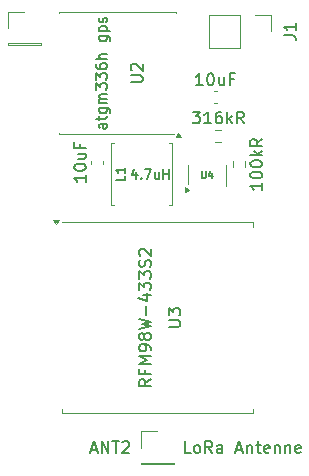
<source format=gbr>
%TF.GenerationSoftware,KiCad,Pcbnew,9.0.6*%
%TF.CreationDate,2025-12-01T19:29:45+01:00*%
%TF.ProjectId,_SSDV,b5535344-562e-46b6-9963-61645f706362,0.1*%
%TF.SameCoordinates,Original*%
%TF.FileFunction,Legend,Top*%
%TF.FilePolarity,Positive*%
%FSLAX46Y46*%
G04 Gerber Fmt 4.6, Leading zero omitted, Abs format (unit mm)*
G04 Created by KiCad (PCBNEW 9.0.6) date 2025-12-01 19:29:45*
%MOMM*%
%LPD*%
G01*
G04 APERTURE LIST*
%ADD10C,0.150000*%
%ADD11C,0.120000*%
G04 APERTURE END LIST*
D10*
X91004819Y-49561904D02*
X91814342Y-49561904D01*
X91814342Y-49561904D02*
X91909580Y-49514285D01*
X91909580Y-49514285D02*
X91957200Y-49466666D01*
X91957200Y-49466666D02*
X92004819Y-49371428D01*
X92004819Y-49371428D02*
X92004819Y-49180952D01*
X92004819Y-49180952D02*
X91957200Y-49085714D01*
X91957200Y-49085714D02*
X91909580Y-49038095D01*
X91909580Y-49038095D02*
X91814342Y-48990476D01*
X91814342Y-48990476D02*
X91004819Y-48990476D01*
X91100057Y-48561904D02*
X91052438Y-48514285D01*
X91052438Y-48514285D02*
X91004819Y-48419047D01*
X91004819Y-48419047D02*
X91004819Y-48180952D01*
X91004819Y-48180952D02*
X91052438Y-48085714D01*
X91052438Y-48085714D02*
X91100057Y-48038095D01*
X91100057Y-48038095D02*
X91195295Y-47990476D01*
X91195295Y-47990476D02*
X91290533Y-47990476D01*
X91290533Y-47990476D02*
X91433390Y-48038095D01*
X91433390Y-48038095D02*
X92004819Y-48609523D01*
X92004819Y-48609523D02*
X92004819Y-47990476D01*
X88958557Y-53085715D02*
X88487128Y-53085715D01*
X88487128Y-53085715D02*
X88401414Y-53128572D01*
X88401414Y-53128572D02*
X88358557Y-53214286D01*
X88358557Y-53214286D02*
X88358557Y-53385715D01*
X88358557Y-53385715D02*
X88401414Y-53471429D01*
X88915700Y-53085715D02*
X88958557Y-53171429D01*
X88958557Y-53171429D02*
X88958557Y-53385715D01*
X88958557Y-53385715D02*
X88915700Y-53471429D01*
X88915700Y-53471429D02*
X88829985Y-53514286D01*
X88829985Y-53514286D02*
X88744271Y-53514286D01*
X88744271Y-53514286D02*
X88658557Y-53471429D01*
X88658557Y-53471429D02*
X88615700Y-53385715D01*
X88615700Y-53385715D02*
X88615700Y-53171429D01*
X88615700Y-53171429D02*
X88572842Y-53085715D01*
X88358557Y-52785714D02*
X88358557Y-52442857D01*
X88058557Y-52657143D02*
X88829985Y-52657143D01*
X88829985Y-52657143D02*
X88915700Y-52614286D01*
X88915700Y-52614286D02*
X88958557Y-52528571D01*
X88958557Y-52528571D02*
X88958557Y-52442857D01*
X88358557Y-51757143D02*
X89087128Y-51757143D01*
X89087128Y-51757143D02*
X89172842Y-51800000D01*
X89172842Y-51800000D02*
X89215700Y-51842857D01*
X89215700Y-51842857D02*
X89258557Y-51928571D01*
X89258557Y-51928571D02*
X89258557Y-52057143D01*
X89258557Y-52057143D02*
X89215700Y-52142857D01*
X88915700Y-51757143D02*
X88958557Y-51842857D01*
X88958557Y-51842857D02*
X88958557Y-52014285D01*
X88958557Y-52014285D02*
X88915700Y-52100000D01*
X88915700Y-52100000D02*
X88872842Y-52142857D01*
X88872842Y-52142857D02*
X88787128Y-52185714D01*
X88787128Y-52185714D02*
X88529985Y-52185714D01*
X88529985Y-52185714D02*
X88444271Y-52142857D01*
X88444271Y-52142857D02*
X88401414Y-52100000D01*
X88401414Y-52100000D02*
X88358557Y-52014285D01*
X88358557Y-52014285D02*
X88358557Y-51842857D01*
X88358557Y-51842857D02*
X88401414Y-51757143D01*
X88958557Y-51328571D02*
X88358557Y-51328571D01*
X88444271Y-51328571D02*
X88401414Y-51285714D01*
X88401414Y-51285714D02*
X88358557Y-51199999D01*
X88358557Y-51199999D02*
X88358557Y-51071428D01*
X88358557Y-51071428D02*
X88401414Y-50985714D01*
X88401414Y-50985714D02*
X88487128Y-50942857D01*
X88487128Y-50942857D02*
X88958557Y-50942857D01*
X88487128Y-50942857D02*
X88401414Y-50899999D01*
X88401414Y-50899999D02*
X88358557Y-50814285D01*
X88358557Y-50814285D02*
X88358557Y-50685714D01*
X88358557Y-50685714D02*
X88401414Y-50599999D01*
X88401414Y-50599999D02*
X88487128Y-50557142D01*
X88487128Y-50557142D02*
X88958557Y-50557142D01*
X88058557Y-50214285D02*
X88058557Y-49657142D01*
X88058557Y-49657142D02*
X88401414Y-49957142D01*
X88401414Y-49957142D02*
X88401414Y-49828571D01*
X88401414Y-49828571D02*
X88444271Y-49742857D01*
X88444271Y-49742857D02*
X88487128Y-49699999D01*
X88487128Y-49699999D02*
X88572842Y-49657142D01*
X88572842Y-49657142D02*
X88787128Y-49657142D01*
X88787128Y-49657142D02*
X88872842Y-49699999D01*
X88872842Y-49699999D02*
X88915700Y-49742857D01*
X88915700Y-49742857D02*
X88958557Y-49828571D01*
X88958557Y-49828571D02*
X88958557Y-50085714D01*
X88958557Y-50085714D02*
X88915700Y-50171428D01*
X88915700Y-50171428D02*
X88872842Y-50214285D01*
X88058557Y-49357142D02*
X88058557Y-48799999D01*
X88058557Y-48799999D02*
X88401414Y-49099999D01*
X88401414Y-49099999D02*
X88401414Y-48971428D01*
X88401414Y-48971428D02*
X88444271Y-48885714D01*
X88444271Y-48885714D02*
X88487128Y-48842856D01*
X88487128Y-48842856D02*
X88572842Y-48799999D01*
X88572842Y-48799999D02*
X88787128Y-48799999D01*
X88787128Y-48799999D02*
X88872842Y-48842856D01*
X88872842Y-48842856D02*
X88915700Y-48885714D01*
X88915700Y-48885714D02*
X88958557Y-48971428D01*
X88958557Y-48971428D02*
X88958557Y-49228571D01*
X88958557Y-49228571D02*
X88915700Y-49314285D01*
X88915700Y-49314285D02*
X88872842Y-49357142D01*
X88058557Y-48028571D02*
X88058557Y-48199999D01*
X88058557Y-48199999D02*
X88101414Y-48285713D01*
X88101414Y-48285713D02*
X88144271Y-48328571D01*
X88144271Y-48328571D02*
X88272842Y-48414285D01*
X88272842Y-48414285D02*
X88444271Y-48457142D01*
X88444271Y-48457142D02*
X88787128Y-48457142D01*
X88787128Y-48457142D02*
X88872842Y-48414285D01*
X88872842Y-48414285D02*
X88915700Y-48371428D01*
X88915700Y-48371428D02*
X88958557Y-48285713D01*
X88958557Y-48285713D02*
X88958557Y-48114285D01*
X88958557Y-48114285D02*
X88915700Y-48028571D01*
X88915700Y-48028571D02*
X88872842Y-47985713D01*
X88872842Y-47985713D02*
X88787128Y-47942856D01*
X88787128Y-47942856D02*
X88572842Y-47942856D01*
X88572842Y-47942856D02*
X88487128Y-47985713D01*
X88487128Y-47985713D02*
X88444271Y-48028571D01*
X88444271Y-48028571D02*
X88401414Y-48114285D01*
X88401414Y-48114285D02*
X88401414Y-48285713D01*
X88401414Y-48285713D02*
X88444271Y-48371428D01*
X88444271Y-48371428D02*
X88487128Y-48414285D01*
X88487128Y-48414285D02*
X88572842Y-48457142D01*
X88958557Y-47557142D02*
X88058557Y-47557142D01*
X88958557Y-47171428D02*
X88487128Y-47171428D01*
X88487128Y-47171428D02*
X88401414Y-47214285D01*
X88401414Y-47214285D02*
X88358557Y-47299999D01*
X88358557Y-47299999D02*
X88358557Y-47428570D01*
X88358557Y-47428570D02*
X88401414Y-47514285D01*
X88401414Y-47514285D02*
X88444271Y-47557142D01*
X88358557Y-45671428D02*
X89087128Y-45671428D01*
X89087128Y-45671428D02*
X89172842Y-45714285D01*
X89172842Y-45714285D02*
X89215700Y-45757142D01*
X89215700Y-45757142D02*
X89258557Y-45842856D01*
X89258557Y-45842856D02*
X89258557Y-45971428D01*
X89258557Y-45971428D02*
X89215700Y-46057142D01*
X88915700Y-45671428D02*
X88958557Y-45757142D01*
X88958557Y-45757142D02*
X88958557Y-45928570D01*
X88958557Y-45928570D02*
X88915700Y-46014285D01*
X88915700Y-46014285D02*
X88872842Y-46057142D01*
X88872842Y-46057142D02*
X88787128Y-46099999D01*
X88787128Y-46099999D02*
X88529985Y-46099999D01*
X88529985Y-46099999D02*
X88444271Y-46057142D01*
X88444271Y-46057142D02*
X88401414Y-46014285D01*
X88401414Y-46014285D02*
X88358557Y-45928570D01*
X88358557Y-45928570D02*
X88358557Y-45757142D01*
X88358557Y-45757142D02*
X88401414Y-45671428D01*
X88358557Y-45242856D02*
X89258557Y-45242856D01*
X88401414Y-45242856D02*
X88358557Y-45157142D01*
X88358557Y-45157142D02*
X88358557Y-44985713D01*
X88358557Y-44985713D02*
X88401414Y-44899999D01*
X88401414Y-44899999D02*
X88444271Y-44857142D01*
X88444271Y-44857142D02*
X88529985Y-44814284D01*
X88529985Y-44814284D02*
X88787128Y-44814284D01*
X88787128Y-44814284D02*
X88872842Y-44857142D01*
X88872842Y-44857142D02*
X88915700Y-44899999D01*
X88915700Y-44899999D02*
X88958557Y-44985713D01*
X88958557Y-44985713D02*
X88958557Y-45157142D01*
X88958557Y-45157142D02*
X88915700Y-45242856D01*
X88915700Y-44471427D02*
X88958557Y-44385713D01*
X88958557Y-44385713D02*
X88958557Y-44214284D01*
X88958557Y-44214284D02*
X88915700Y-44128570D01*
X88915700Y-44128570D02*
X88829985Y-44085713D01*
X88829985Y-44085713D02*
X88787128Y-44085713D01*
X88787128Y-44085713D02*
X88701414Y-44128570D01*
X88701414Y-44128570D02*
X88658557Y-44214284D01*
X88658557Y-44214284D02*
X88658557Y-44342856D01*
X88658557Y-44342856D02*
X88615700Y-44428570D01*
X88615700Y-44428570D02*
X88529985Y-44471427D01*
X88529985Y-44471427D02*
X88487128Y-44471427D01*
X88487128Y-44471427D02*
X88401414Y-44428570D01*
X88401414Y-44428570D02*
X88358557Y-44342856D01*
X88358557Y-44342856D02*
X88358557Y-44214284D01*
X88358557Y-44214284D02*
X88401414Y-44128570D01*
X102129819Y-58083928D02*
X102129819Y-58655356D01*
X102129819Y-58369642D02*
X101129819Y-58369642D01*
X101129819Y-58369642D02*
X101272676Y-58464880D01*
X101272676Y-58464880D02*
X101367914Y-58560118D01*
X101367914Y-58560118D02*
X101415533Y-58655356D01*
X101129819Y-57464880D02*
X101129819Y-57369642D01*
X101129819Y-57369642D02*
X101177438Y-57274404D01*
X101177438Y-57274404D02*
X101225057Y-57226785D01*
X101225057Y-57226785D02*
X101320295Y-57179166D01*
X101320295Y-57179166D02*
X101510771Y-57131547D01*
X101510771Y-57131547D02*
X101748866Y-57131547D01*
X101748866Y-57131547D02*
X101939342Y-57179166D01*
X101939342Y-57179166D02*
X102034580Y-57226785D01*
X102034580Y-57226785D02*
X102082200Y-57274404D01*
X102082200Y-57274404D02*
X102129819Y-57369642D01*
X102129819Y-57369642D02*
X102129819Y-57464880D01*
X102129819Y-57464880D02*
X102082200Y-57560118D01*
X102082200Y-57560118D02*
X102034580Y-57607737D01*
X102034580Y-57607737D02*
X101939342Y-57655356D01*
X101939342Y-57655356D02*
X101748866Y-57702975D01*
X101748866Y-57702975D02*
X101510771Y-57702975D01*
X101510771Y-57702975D02*
X101320295Y-57655356D01*
X101320295Y-57655356D02*
X101225057Y-57607737D01*
X101225057Y-57607737D02*
X101177438Y-57560118D01*
X101177438Y-57560118D02*
X101129819Y-57464880D01*
X101129819Y-56512499D02*
X101129819Y-56417261D01*
X101129819Y-56417261D02*
X101177438Y-56322023D01*
X101177438Y-56322023D02*
X101225057Y-56274404D01*
X101225057Y-56274404D02*
X101320295Y-56226785D01*
X101320295Y-56226785D02*
X101510771Y-56179166D01*
X101510771Y-56179166D02*
X101748866Y-56179166D01*
X101748866Y-56179166D02*
X101939342Y-56226785D01*
X101939342Y-56226785D02*
X102034580Y-56274404D01*
X102034580Y-56274404D02*
X102082200Y-56322023D01*
X102082200Y-56322023D02*
X102129819Y-56417261D01*
X102129819Y-56417261D02*
X102129819Y-56512499D01*
X102129819Y-56512499D02*
X102082200Y-56607737D01*
X102082200Y-56607737D02*
X102034580Y-56655356D01*
X102034580Y-56655356D02*
X101939342Y-56702975D01*
X101939342Y-56702975D02*
X101748866Y-56750594D01*
X101748866Y-56750594D02*
X101510771Y-56750594D01*
X101510771Y-56750594D02*
X101320295Y-56702975D01*
X101320295Y-56702975D02*
X101225057Y-56655356D01*
X101225057Y-56655356D02*
X101177438Y-56607737D01*
X101177438Y-56607737D02*
X101129819Y-56512499D01*
X102129819Y-55750594D02*
X101129819Y-55750594D01*
X101748866Y-55655356D02*
X102129819Y-55369642D01*
X101463152Y-55369642D02*
X101844104Y-55750594D01*
X102129819Y-54369642D02*
X101653628Y-54702975D01*
X102129819Y-54941070D02*
X101129819Y-54941070D01*
X101129819Y-54941070D02*
X101129819Y-54560118D01*
X101129819Y-54560118D02*
X101177438Y-54464880D01*
X101177438Y-54464880D02*
X101225057Y-54417261D01*
X101225057Y-54417261D02*
X101320295Y-54369642D01*
X101320295Y-54369642D02*
X101463152Y-54369642D01*
X101463152Y-54369642D02*
X101558390Y-54417261D01*
X101558390Y-54417261D02*
X101606009Y-54464880D01*
X101606009Y-54464880D02*
X101653628Y-54560118D01*
X101653628Y-54560118D02*
X101653628Y-54941070D01*
X97103571Y-49804819D02*
X96532143Y-49804819D01*
X96817857Y-49804819D02*
X96817857Y-48804819D01*
X96817857Y-48804819D02*
X96722619Y-48947676D01*
X96722619Y-48947676D02*
X96627381Y-49042914D01*
X96627381Y-49042914D02*
X96532143Y-49090533D01*
X97722619Y-48804819D02*
X97817857Y-48804819D01*
X97817857Y-48804819D02*
X97913095Y-48852438D01*
X97913095Y-48852438D02*
X97960714Y-48900057D01*
X97960714Y-48900057D02*
X98008333Y-48995295D01*
X98008333Y-48995295D02*
X98055952Y-49185771D01*
X98055952Y-49185771D02*
X98055952Y-49423866D01*
X98055952Y-49423866D02*
X98008333Y-49614342D01*
X98008333Y-49614342D02*
X97960714Y-49709580D01*
X97960714Y-49709580D02*
X97913095Y-49757200D01*
X97913095Y-49757200D02*
X97817857Y-49804819D01*
X97817857Y-49804819D02*
X97722619Y-49804819D01*
X97722619Y-49804819D02*
X97627381Y-49757200D01*
X97627381Y-49757200D02*
X97579762Y-49709580D01*
X97579762Y-49709580D02*
X97532143Y-49614342D01*
X97532143Y-49614342D02*
X97484524Y-49423866D01*
X97484524Y-49423866D02*
X97484524Y-49185771D01*
X97484524Y-49185771D02*
X97532143Y-48995295D01*
X97532143Y-48995295D02*
X97579762Y-48900057D01*
X97579762Y-48900057D02*
X97627381Y-48852438D01*
X97627381Y-48852438D02*
X97722619Y-48804819D01*
X98913095Y-49138152D02*
X98913095Y-49804819D01*
X98484524Y-49138152D02*
X98484524Y-49661961D01*
X98484524Y-49661961D02*
X98532143Y-49757200D01*
X98532143Y-49757200D02*
X98627381Y-49804819D01*
X98627381Y-49804819D02*
X98770238Y-49804819D01*
X98770238Y-49804819D02*
X98865476Y-49757200D01*
X98865476Y-49757200D02*
X98913095Y-49709580D01*
X99722619Y-49281009D02*
X99389286Y-49281009D01*
X99389286Y-49804819D02*
X99389286Y-48804819D01*
X99389286Y-48804819D02*
X99865476Y-48804819D01*
X103954819Y-45583333D02*
X104669104Y-45583333D01*
X104669104Y-45583333D02*
X104811961Y-45630952D01*
X104811961Y-45630952D02*
X104907200Y-45726190D01*
X104907200Y-45726190D02*
X104954819Y-45869047D01*
X104954819Y-45869047D02*
X104954819Y-45964285D01*
X104954819Y-44583333D02*
X104954819Y-45154761D01*
X104954819Y-44869047D02*
X103954819Y-44869047D01*
X103954819Y-44869047D02*
X104097676Y-44964285D01*
X104097676Y-44964285D02*
X104192914Y-45059523D01*
X104192914Y-45059523D02*
X104240533Y-45154761D01*
X96234524Y-52054819D02*
X96853571Y-52054819D01*
X96853571Y-52054819D02*
X96520238Y-52435771D01*
X96520238Y-52435771D02*
X96663095Y-52435771D01*
X96663095Y-52435771D02*
X96758333Y-52483390D01*
X96758333Y-52483390D02*
X96805952Y-52531009D01*
X96805952Y-52531009D02*
X96853571Y-52626247D01*
X96853571Y-52626247D02*
X96853571Y-52864342D01*
X96853571Y-52864342D02*
X96805952Y-52959580D01*
X96805952Y-52959580D02*
X96758333Y-53007200D01*
X96758333Y-53007200D02*
X96663095Y-53054819D01*
X96663095Y-53054819D02*
X96377381Y-53054819D01*
X96377381Y-53054819D02*
X96282143Y-53007200D01*
X96282143Y-53007200D02*
X96234524Y-52959580D01*
X97805952Y-53054819D02*
X97234524Y-53054819D01*
X97520238Y-53054819D02*
X97520238Y-52054819D01*
X97520238Y-52054819D02*
X97425000Y-52197676D01*
X97425000Y-52197676D02*
X97329762Y-52292914D01*
X97329762Y-52292914D02*
X97234524Y-52340533D01*
X98663095Y-52054819D02*
X98472619Y-52054819D01*
X98472619Y-52054819D02*
X98377381Y-52102438D01*
X98377381Y-52102438D02*
X98329762Y-52150057D01*
X98329762Y-52150057D02*
X98234524Y-52292914D01*
X98234524Y-52292914D02*
X98186905Y-52483390D01*
X98186905Y-52483390D02*
X98186905Y-52864342D01*
X98186905Y-52864342D02*
X98234524Y-52959580D01*
X98234524Y-52959580D02*
X98282143Y-53007200D01*
X98282143Y-53007200D02*
X98377381Y-53054819D01*
X98377381Y-53054819D02*
X98567857Y-53054819D01*
X98567857Y-53054819D02*
X98663095Y-53007200D01*
X98663095Y-53007200D02*
X98710714Y-52959580D01*
X98710714Y-52959580D02*
X98758333Y-52864342D01*
X98758333Y-52864342D02*
X98758333Y-52626247D01*
X98758333Y-52626247D02*
X98710714Y-52531009D01*
X98710714Y-52531009D02*
X98663095Y-52483390D01*
X98663095Y-52483390D02*
X98567857Y-52435771D01*
X98567857Y-52435771D02*
X98377381Y-52435771D01*
X98377381Y-52435771D02*
X98282143Y-52483390D01*
X98282143Y-52483390D02*
X98234524Y-52531009D01*
X98234524Y-52531009D02*
X98186905Y-52626247D01*
X99186905Y-53054819D02*
X99186905Y-52054819D01*
X99282143Y-52673866D02*
X99567857Y-53054819D01*
X99567857Y-52388152D02*
X99186905Y-52769104D01*
X100567857Y-53054819D02*
X100234524Y-52578628D01*
X99996429Y-53054819D02*
X99996429Y-52054819D01*
X99996429Y-52054819D02*
X100377381Y-52054819D01*
X100377381Y-52054819D02*
X100472619Y-52102438D01*
X100472619Y-52102438D02*
X100520238Y-52150057D01*
X100520238Y-52150057D02*
X100567857Y-52245295D01*
X100567857Y-52245295D02*
X100567857Y-52388152D01*
X100567857Y-52388152D02*
X100520238Y-52483390D01*
X100520238Y-52483390D02*
X100472619Y-52531009D01*
X100472619Y-52531009D02*
X100377381Y-52578628D01*
X100377381Y-52578628D02*
X99996429Y-52578628D01*
X97008269Y-57078553D02*
X97008269Y-57564267D01*
X97008269Y-57564267D02*
X97036840Y-57621410D01*
X97036840Y-57621410D02*
X97065412Y-57649982D01*
X97065412Y-57649982D02*
X97122554Y-57678553D01*
X97122554Y-57678553D02*
X97236840Y-57678553D01*
X97236840Y-57678553D02*
X97293983Y-57649982D01*
X97293983Y-57649982D02*
X97322554Y-57621410D01*
X97322554Y-57621410D02*
X97351126Y-57564267D01*
X97351126Y-57564267D02*
X97351126Y-57078553D01*
X97893983Y-57278553D02*
X97893983Y-57678553D01*
X97751125Y-57049982D02*
X97608268Y-57478553D01*
X97608268Y-57478553D02*
X97979697Y-57478553D01*
X87630952Y-80669104D02*
X88107142Y-80669104D01*
X87535714Y-80954819D02*
X87869047Y-79954819D01*
X87869047Y-79954819D02*
X88202380Y-80954819D01*
X88535714Y-80954819D02*
X88535714Y-79954819D01*
X88535714Y-79954819D02*
X89107142Y-80954819D01*
X89107142Y-80954819D02*
X89107142Y-79954819D01*
X89440476Y-79954819D02*
X90011904Y-79954819D01*
X89726190Y-80954819D02*
X89726190Y-79954819D01*
X90297619Y-80050057D02*
X90345238Y-80002438D01*
X90345238Y-80002438D02*
X90440476Y-79954819D01*
X90440476Y-79954819D02*
X90678571Y-79954819D01*
X90678571Y-79954819D02*
X90773809Y-80002438D01*
X90773809Y-80002438D02*
X90821428Y-80050057D01*
X90821428Y-80050057D02*
X90869047Y-80145295D01*
X90869047Y-80145295D02*
X90869047Y-80240533D01*
X90869047Y-80240533D02*
X90821428Y-80383390D01*
X90821428Y-80383390D02*
X90250000Y-80954819D01*
X90250000Y-80954819D02*
X90869047Y-80954819D01*
X96095237Y-80954819D02*
X95619047Y-80954819D01*
X95619047Y-80954819D02*
X95619047Y-79954819D01*
X96571428Y-80954819D02*
X96476190Y-80907200D01*
X96476190Y-80907200D02*
X96428571Y-80859580D01*
X96428571Y-80859580D02*
X96380952Y-80764342D01*
X96380952Y-80764342D02*
X96380952Y-80478628D01*
X96380952Y-80478628D02*
X96428571Y-80383390D01*
X96428571Y-80383390D02*
X96476190Y-80335771D01*
X96476190Y-80335771D02*
X96571428Y-80288152D01*
X96571428Y-80288152D02*
X96714285Y-80288152D01*
X96714285Y-80288152D02*
X96809523Y-80335771D01*
X96809523Y-80335771D02*
X96857142Y-80383390D01*
X96857142Y-80383390D02*
X96904761Y-80478628D01*
X96904761Y-80478628D02*
X96904761Y-80764342D01*
X96904761Y-80764342D02*
X96857142Y-80859580D01*
X96857142Y-80859580D02*
X96809523Y-80907200D01*
X96809523Y-80907200D02*
X96714285Y-80954819D01*
X96714285Y-80954819D02*
X96571428Y-80954819D01*
X97904761Y-80954819D02*
X97571428Y-80478628D01*
X97333333Y-80954819D02*
X97333333Y-79954819D01*
X97333333Y-79954819D02*
X97714285Y-79954819D01*
X97714285Y-79954819D02*
X97809523Y-80002438D01*
X97809523Y-80002438D02*
X97857142Y-80050057D01*
X97857142Y-80050057D02*
X97904761Y-80145295D01*
X97904761Y-80145295D02*
X97904761Y-80288152D01*
X97904761Y-80288152D02*
X97857142Y-80383390D01*
X97857142Y-80383390D02*
X97809523Y-80431009D01*
X97809523Y-80431009D02*
X97714285Y-80478628D01*
X97714285Y-80478628D02*
X97333333Y-80478628D01*
X98761904Y-80954819D02*
X98761904Y-80431009D01*
X98761904Y-80431009D02*
X98714285Y-80335771D01*
X98714285Y-80335771D02*
X98619047Y-80288152D01*
X98619047Y-80288152D02*
X98428571Y-80288152D01*
X98428571Y-80288152D02*
X98333333Y-80335771D01*
X98761904Y-80907200D02*
X98666666Y-80954819D01*
X98666666Y-80954819D02*
X98428571Y-80954819D01*
X98428571Y-80954819D02*
X98333333Y-80907200D01*
X98333333Y-80907200D02*
X98285714Y-80811961D01*
X98285714Y-80811961D02*
X98285714Y-80716723D01*
X98285714Y-80716723D02*
X98333333Y-80621485D01*
X98333333Y-80621485D02*
X98428571Y-80573866D01*
X98428571Y-80573866D02*
X98666666Y-80573866D01*
X98666666Y-80573866D02*
X98761904Y-80526247D01*
X99952381Y-80669104D02*
X100428571Y-80669104D01*
X99857143Y-80954819D02*
X100190476Y-79954819D01*
X100190476Y-79954819D02*
X100523809Y-80954819D01*
X100857143Y-80288152D02*
X100857143Y-80954819D01*
X100857143Y-80383390D02*
X100904762Y-80335771D01*
X100904762Y-80335771D02*
X101000000Y-80288152D01*
X101000000Y-80288152D02*
X101142857Y-80288152D01*
X101142857Y-80288152D02*
X101238095Y-80335771D01*
X101238095Y-80335771D02*
X101285714Y-80431009D01*
X101285714Y-80431009D02*
X101285714Y-80954819D01*
X101619048Y-80288152D02*
X102000000Y-80288152D01*
X101761905Y-79954819D02*
X101761905Y-80811961D01*
X101761905Y-80811961D02*
X101809524Y-80907200D01*
X101809524Y-80907200D02*
X101904762Y-80954819D01*
X101904762Y-80954819D02*
X102000000Y-80954819D01*
X102714286Y-80907200D02*
X102619048Y-80954819D01*
X102619048Y-80954819D02*
X102428572Y-80954819D01*
X102428572Y-80954819D02*
X102333334Y-80907200D01*
X102333334Y-80907200D02*
X102285715Y-80811961D01*
X102285715Y-80811961D02*
X102285715Y-80431009D01*
X102285715Y-80431009D02*
X102333334Y-80335771D01*
X102333334Y-80335771D02*
X102428572Y-80288152D01*
X102428572Y-80288152D02*
X102619048Y-80288152D01*
X102619048Y-80288152D02*
X102714286Y-80335771D01*
X102714286Y-80335771D02*
X102761905Y-80431009D01*
X102761905Y-80431009D02*
X102761905Y-80526247D01*
X102761905Y-80526247D02*
X102285715Y-80621485D01*
X103190477Y-80288152D02*
X103190477Y-80954819D01*
X103190477Y-80383390D02*
X103238096Y-80335771D01*
X103238096Y-80335771D02*
X103333334Y-80288152D01*
X103333334Y-80288152D02*
X103476191Y-80288152D01*
X103476191Y-80288152D02*
X103571429Y-80335771D01*
X103571429Y-80335771D02*
X103619048Y-80431009D01*
X103619048Y-80431009D02*
X103619048Y-80954819D01*
X104095239Y-80288152D02*
X104095239Y-80954819D01*
X104095239Y-80383390D02*
X104142858Y-80335771D01*
X104142858Y-80335771D02*
X104238096Y-80288152D01*
X104238096Y-80288152D02*
X104380953Y-80288152D01*
X104380953Y-80288152D02*
X104476191Y-80335771D01*
X104476191Y-80335771D02*
X104523810Y-80431009D01*
X104523810Y-80431009D02*
X104523810Y-80954819D01*
X105380953Y-80907200D02*
X105285715Y-80954819D01*
X105285715Y-80954819D02*
X105095239Y-80954819D01*
X105095239Y-80954819D02*
X105000001Y-80907200D01*
X105000001Y-80907200D02*
X104952382Y-80811961D01*
X104952382Y-80811961D02*
X104952382Y-80431009D01*
X104952382Y-80431009D02*
X105000001Y-80335771D01*
X105000001Y-80335771D02*
X105095239Y-80288152D01*
X105095239Y-80288152D02*
X105285715Y-80288152D01*
X105285715Y-80288152D02*
X105380953Y-80335771D01*
X105380953Y-80335771D02*
X105428572Y-80431009D01*
X105428572Y-80431009D02*
X105428572Y-80526247D01*
X105428572Y-80526247D02*
X104952382Y-80621485D01*
X90537295Y-57483333D02*
X90537295Y-57864285D01*
X90537295Y-57864285D02*
X89737295Y-57864285D01*
X90537295Y-56797619D02*
X90537295Y-57254762D01*
X90537295Y-57026190D02*
X89737295Y-57026190D01*
X89737295Y-57026190D02*
X89851580Y-57102381D01*
X89851580Y-57102381D02*
X89927771Y-57178571D01*
X89927771Y-57178571D02*
X89965866Y-57254762D01*
X91475000Y-57178961D02*
X91475000Y-57712295D01*
X91284524Y-56874200D02*
X91094047Y-57445628D01*
X91094047Y-57445628D02*
X91589286Y-57445628D01*
X91894048Y-57636104D02*
X91932143Y-57674200D01*
X91932143Y-57674200D02*
X91894048Y-57712295D01*
X91894048Y-57712295D02*
X91855952Y-57674200D01*
X91855952Y-57674200D02*
X91894048Y-57636104D01*
X91894048Y-57636104D02*
X91894048Y-57712295D01*
X92198809Y-56912295D02*
X92732143Y-56912295D01*
X92732143Y-56912295D02*
X92389285Y-57712295D01*
X93379762Y-57178961D02*
X93379762Y-57712295D01*
X93036905Y-57178961D02*
X93036905Y-57598009D01*
X93036905Y-57598009D02*
X93075000Y-57674200D01*
X93075000Y-57674200D02*
X93151190Y-57712295D01*
X93151190Y-57712295D02*
X93265476Y-57712295D01*
X93265476Y-57712295D02*
X93341667Y-57674200D01*
X93341667Y-57674200D02*
X93379762Y-57636104D01*
X93760715Y-57712295D02*
X93760715Y-56912295D01*
X93760715Y-57293247D02*
X94217858Y-57293247D01*
X94217858Y-57712295D02*
X94217858Y-56912295D01*
X92704819Y-74714285D02*
X92228628Y-75047618D01*
X92704819Y-75285713D02*
X91704819Y-75285713D01*
X91704819Y-75285713D02*
X91704819Y-74904761D01*
X91704819Y-74904761D02*
X91752438Y-74809523D01*
X91752438Y-74809523D02*
X91800057Y-74761904D01*
X91800057Y-74761904D02*
X91895295Y-74714285D01*
X91895295Y-74714285D02*
X92038152Y-74714285D01*
X92038152Y-74714285D02*
X92133390Y-74761904D01*
X92133390Y-74761904D02*
X92181009Y-74809523D01*
X92181009Y-74809523D02*
X92228628Y-74904761D01*
X92228628Y-74904761D02*
X92228628Y-75285713D01*
X92181009Y-73952380D02*
X92181009Y-74285713D01*
X92704819Y-74285713D02*
X91704819Y-74285713D01*
X91704819Y-74285713D02*
X91704819Y-73809523D01*
X92704819Y-73428570D02*
X91704819Y-73428570D01*
X91704819Y-73428570D02*
X92419104Y-73095237D01*
X92419104Y-73095237D02*
X91704819Y-72761904D01*
X91704819Y-72761904D02*
X92704819Y-72761904D01*
X92704819Y-72238094D02*
X92704819Y-72047618D01*
X92704819Y-72047618D02*
X92657200Y-71952380D01*
X92657200Y-71952380D02*
X92609580Y-71904761D01*
X92609580Y-71904761D02*
X92466723Y-71809523D01*
X92466723Y-71809523D02*
X92276247Y-71761904D01*
X92276247Y-71761904D02*
X91895295Y-71761904D01*
X91895295Y-71761904D02*
X91800057Y-71809523D01*
X91800057Y-71809523D02*
X91752438Y-71857142D01*
X91752438Y-71857142D02*
X91704819Y-71952380D01*
X91704819Y-71952380D02*
X91704819Y-72142856D01*
X91704819Y-72142856D02*
X91752438Y-72238094D01*
X91752438Y-72238094D02*
X91800057Y-72285713D01*
X91800057Y-72285713D02*
X91895295Y-72333332D01*
X91895295Y-72333332D02*
X92133390Y-72333332D01*
X92133390Y-72333332D02*
X92228628Y-72285713D01*
X92228628Y-72285713D02*
X92276247Y-72238094D01*
X92276247Y-72238094D02*
X92323866Y-72142856D01*
X92323866Y-72142856D02*
X92323866Y-71952380D01*
X92323866Y-71952380D02*
X92276247Y-71857142D01*
X92276247Y-71857142D02*
X92228628Y-71809523D01*
X92228628Y-71809523D02*
X92133390Y-71761904D01*
X92133390Y-71190475D02*
X92085771Y-71285713D01*
X92085771Y-71285713D02*
X92038152Y-71333332D01*
X92038152Y-71333332D02*
X91942914Y-71380951D01*
X91942914Y-71380951D02*
X91895295Y-71380951D01*
X91895295Y-71380951D02*
X91800057Y-71333332D01*
X91800057Y-71333332D02*
X91752438Y-71285713D01*
X91752438Y-71285713D02*
X91704819Y-71190475D01*
X91704819Y-71190475D02*
X91704819Y-70999999D01*
X91704819Y-70999999D02*
X91752438Y-70904761D01*
X91752438Y-70904761D02*
X91800057Y-70857142D01*
X91800057Y-70857142D02*
X91895295Y-70809523D01*
X91895295Y-70809523D02*
X91942914Y-70809523D01*
X91942914Y-70809523D02*
X92038152Y-70857142D01*
X92038152Y-70857142D02*
X92085771Y-70904761D01*
X92085771Y-70904761D02*
X92133390Y-70999999D01*
X92133390Y-70999999D02*
X92133390Y-71190475D01*
X92133390Y-71190475D02*
X92181009Y-71285713D01*
X92181009Y-71285713D02*
X92228628Y-71333332D01*
X92228628Y-71333332D02*
X92323866Y-71380951D01*
X92323866Y-71380951D02*
X92514342Y-71380951D01*
X92514342Y-71380951D02*
X92609580Y-71333332D01*
X92609580Y-71333332D02*
X92657200Y-71285713D01*
X92657200Y-71285713D02*
X92704819Y-71190475D01*
X92704819Y-71190475D02*
X92704819Y-70999999D01*
X92704819Y-70999999D02*
X92657200Y-70904761D01*
X92657200Y-70904761D02*
X92609580Y-70857142D01*
X92609580Y-70857142D02*
X92514342Y-70809523D01*
X92514342Y-70809523D02*
X92323866Y-70809523D01*
X92323866Y-70809523D02*
X92228628Y-70857142D01*
X92228628Y-70857142D02*
X92181009Y-70904761D01*
X92181009Y-70904761D02*
X92133390Y-70999999D01*
X91704819Y-70476189D02*
X92704819Y-70238094D01*
X92704819Y-70238094D02*
X91990533Y-70047618D01*
X91990533Y-70047618D02*
X92704819Y-69857142D01*
X92704819Y-69857142D02*
X91704819Y-69619047D01*
X92323866Y-69238094D02*
X92323866Y-68476190D01*
X92038152Y-67571428D02*
X92704819Y-67571428D01*
X91657200Y-67809523D02*
X92371485Y-68047618D01*
X92371485Y-68047618D02*
X92371485Y-67428571D01*
X91704819Y-67142856D02*
X91704819Y-66523809D01*
X91704819Y-66523809D02*
X92085771Y-66857142D01*
X92085771Y-66857142D02*
X92085771Y-66714285D01*
X92085771Y-66714285D02*
X92133390Y-66619047D01*
X92133390Y-66619047D02*
X92181009Y-66571428D01*
X92181009Y-66571428D02*
X92276247Y-66523809D01*
X92276247Y-66523809D02*
X92514342Y-66523809D01*
X92514342Y-66523809D02*
X92609580Y-66571428D01*
X92609580Y-66571428D02*
X92657200Y-66619047D01*
X92657200Y-66619047D02*
X92704819Y-66714285D01*
X92704819Y-66714285D02*
X92704819Y-66999999D01*
X92704819Y-66999999D02*
X92657200Y-67095237D01*
X92657200Y-67095237D02*
X92609580Y-67142856D01*
X91704819Y-66190475D02*
X91704819Y-65571428D01*
X91704819Y-65571428D02*
X92085771Y-65904761D01*
X92085771Y-65904761D02*
X92085771Y-65761904D01*
X92085771Y-65761904D02*
X92133390Y-65666666D01*
X92133390Y-65666666D02*
X92181009Y-65619047D01*
X92181009Y-65619047D02*
X92276247Y-65571428D01*
X92276247Y-65571428D02*
X92514342Y-65571428D01*
X92514342Y-65571428D02*
X92609580Y-65619047D01*
X92609580Y-65619047D02*
X92657200Y-65666666D01*
X92657200Y-65666666D02*
X92704819Y-65761904D01*
X92704819Y-65761904D02*
X92704819Y-66047618D01*
X92704819Y-66047618D02*
X92657200Y-66142856D01*
X92657200Y-66142856D02*
X92609580Y-66190475D01*
X92657200Y-65190475D02*
X92704819Y-65047618D01*
X92704819Y-65047618D02*
X92704819Y-64809523D01*
X92704819Y-64809523D02*
X92657200Y-64714285D01*
X92657200Y-64714285D02*
X92609580Y-64666666D01*
X92609580Y-64666666D02*
X92514342Y-64619047D01*
X92514342Y-64619047D02*
X92419104Y-64619047D01*
X92419104Y-64619047D02*
X92323866Y-64666666D01*
X92323866Y-64666666D02*
X92276247Y-64714285D01*
X92276247Y-64714285D02*
X92228628Y-64809523D01*
X92228628Y-64809523D02*
X92181009Y-64999999D01*
X92181009Y-64999999D02*
X92133390Y-65095237D01*
X92133390Y-65095237D02*
X92085771Y-65142856D01*
X92085771Y-65142856D02*
X91990533Y-65190475D01*
X91990533Y-65190475D02*
X91895295Y-65190475D01*
X91895295Y-65190475D02*
X91800057Y-65142856D01*
X91800057Y-65142856D02*
X91752438Y-65095237D01*
X91752438Y-65095237D02*
X91704819Y-64999999D01*
X91704819Y-64999999D02*
X91704819Y-64761904D01*
X91704819Y-64761904D02*
X91752438Y-64619047D01*
X91800057Y-64238094D02*
X91752438Y-64190475D01*
X91752438Y-64190475D02*
X91704819Y-64095237D01*
X91704819Y-64095237D02*
X91704819Y-63857142D01*
X91704819Y-63857142D02*
X91752438Y-63761904D01*
X91752438Y-63761904D02*
X91800057Y-63714285D01*
X91800057Y-63714285D02*
X91895295Y-63666666D01*
X91895295Y-63666666D02*
X91990533Y-63666666D01*
X91990533Y-63666666D02*
X92133390Y-63714285D01*
X92133390Y-63714285D02*
X92704819Y-64285713D01*
X92704819Y-64285713D02*
X92704819Y-63666666D01*
X94204819Y-70261904D02*
X95014342Y-70261904D01*
X95014342Y-70261904D02*
X95109580Y-70214285D01*
X95109580Y-70214285D02*
X95157200Y-70166666D01*
X95157200Y-70166666D02*
X95204819Y-70071428D01*
X95204819Y-70071428D02*
X95204819Y-69880952D01*
X95204819Y-69880952D02*
X95157200Y-69785714D01*
X95157200Y-69785714D02*
X95109580Y-69738095D01*
X95109580Y-69738095D02*
X95014342Y-69690476D01*
X95014342Y-69690476D02*
X94204819Y-69690476D01*
X94204819Y-69309523D02*
X94204819Y-68690476D01*
X94204819Y-68690476D02*
X94585771Y-69023809D01*
X94585771Y-69023809D02*
X94585771Y-68880952D01*
X94585771Y-68880952D02*
X94633390Y-68785714D01*
X94633390Y-68785714D02*
X94681009Y-68738095D01*
X94681009Y-68738095D02*
X94776247Y-68690476D01*
X94776247Y-68690476D02*
X95014342Y-68690476D01*
X95014342Y-68690476D02*
X95109580Y-68738095D01*
X95109580Y-68738095D02*
X95157200Y-68785714D01*
X95157200Y-68785714D02*
X95204819Y-68880952D01*
X95204819Y-68880952D02*
X95204819Y-69166666D01*
X95204819Y-69166666D02*
X95157200Y-69261904D01*
X95157200Y-69261904D02*
X95109580Y-69309523D01*
X87199819Y-57421428D02*
X87199819Y-57992856D01*
X87199819Y-57707142D02*
X86199819Y-57707142D01*
X86199819Y-57707142D02*
X86342676Y-57802380D01*
X86342676Y-57802380D02*
X86437914Y-57897618D01*
X86437914Y-57897618D02*
X86485533Y-57992856D01*
X86199819Y-56802380D02*
X86199819Y-56707142D01*
X86199819Y-56707142D02*
X86247438Y-56611904D01*
X86247438Y-56611904D02*
X86295057Y-56564285D01*
X86295057Y-56564285D02*
X86390295Y-56516666D01*
X86390295Y-56516666D02*
X86580771Y-56469047D01*
X86580771Y-56469047D02*
X86818866Y-56469047D01*
X86818866Y-56469047D02*
X87009342Y-56516666D01*
X87009342Y-56516666D02*
X87104580Y-56564285D01*
X87104580Y-56564285D02*
X87152200Y-56611904D01*
X87152200Y-56611904D02*
X87199819Y-56707142D01*
X87199819Y-56707142D02*
X87199819Y-56802380D01*
X87199819Y-56802380D02*
X87152200Y-56897618D01*
X87152200Y-56897618D02*
X87104580Y-56945237D01*
X87104580Y-56945237D02*
X87009342Y-56992856D01*
X87009342Y-56992856D02*
X86818866Y-57040475D01*
X86818866Y-57040475D02*
X86580771Y-57040475D01*
X86580771Y-57040475D02*
X86390295Y-56992856D01*
X86390295Y-56992856D02*
X86295057Y-56945237D01*
X86295057Y-56945237D02*
X86247438Y-56897618D01*
X86247438Y-56897618D02*
X86199819Y-56802380D01*
X86533152Y-55611904D02*
X87199819Y-55611904D01*
X86533152Y-56040475D02*
X87056961Y-56040475D01*
X87056961Y-56040475D02*
X87152200Y-55992856D01*
X87152200Y-55992856D02*
X87199819Y-55897618D01*
X87199819Y-55897618D02*
X87199819Y-55754761D01*
X87199819Y-55754761D02*
X87152200Y-55659523D01*
X87152200Y-55659523D02*
X87104580Y-55611904D01*
X86676009Y-54802380D02*
X86676009Y-55135713D01*
X87199819Y-55135713D02*
X86199819Y-55135713D01*
X86199819Y-55135713D02*
X86199819Y-54659523D01*
D11*
%TO.C,ANT1*%
X80620000Y-43620000D02*
X82000000Y-43620000D01*
X80620000Y-45000000D02*
X80620000Y-43620000D01*
X80620000Y-46270000D02*
X80620000Y-46380000D01*
X80620000Y-46270000D02*
X83380000Y-46270000D01*
X80620000Y-46380000D02*
X83380000Y-46380000D01*
X83380000Y-46270000D02*
X83380000Y-46380000D01*
%TO.C,U2*%
X84940000Y-43740000D02*
X84940000Y-43640000D01*
X84940000Y-53960000D02*
X84940000Y-53860000D01*
X94670000Y-53960000D02*
X84940000Y-53960000D01*
X94860000Y-43640000D02*
X84940000Y-43640000D01*
X94860000Y-43740000D02*
X94860000Y-43640000D01*
X95280000Y-54190000D02*
X94800000Y-54190000D01*
X95040000Y-53860000D01*
X95280000Y-54190000D01*
G36*
X95280000Y-54190000D02*
G01*
X94800000Y-54190000D01*
X95040000Y-53860000D01*
X95280000Y-54190000D01*
G37*
%TO.C,R2*%
X99652500Y-56257776D02*
X99652500Y-56767224D01*
X100697500Y-56257776D02*
X100697500Y-56767224D01*
%TO.C,C3*%
X98028733Y-50340000D02*
X98321267Y-50340000D01*
X98028733Y-51360000D02*
X98321267Y-51360000D01*
%TO.C,J1*%
X97605000Y-43870000D02*
X97605000Y-46630000D01*
X100255000Y-43870000D02*
X97605000Y-43870000D01*
X100255000Y-43870000D02*
X100255000Y-46630000D01*
X100255000Y-46630000D02*
X97605000Y-46630000D01*
X101525000Y-43870000D02*
X102905000Y-43870000D01*
X102905000Y-43870000D02*
X102905000Y-45250000D01*
%TO.C,R1*%
X98170276Y-53577500D02*
X98679724Y-53577500D01*
X98170276Y-54622500D02*
X98679724Y-54622500D01*
%TO.C,U4*%
X95865000Y-57350000D02*
X95865000Y-56550000D01*
X95865000Y-57350000D02*
X95865000Y-58150000D01*
X99085000Y-58350000D02*
X99085000Y-56550000D01*
X95915000Y-58650000D02*
X95585000Y-58890000D01*
X95585000Y-58410000D01*
X95915000Y-58650000D01*
G36*
X95915000Y-58650000D02*
G01*
X95585000Y-58890000D01*
X95585000Y-58410000D01*
X95915000Y-58650000D01*
G37*
%TO.C,ANT2*%
X91870000Y-79120000D02*
X93250000Y-79120000D01*
X91870000Y-80500000D02*
X91870000Y-79120000D01*
X91870000Y-81770000D02*
X91870000Y-81880000D01*
X91870000Y-81770000D02*
X94630000Y-81770000D01*
X91870000Y-81880000D02*
X94630000Y-81880000D01*
X94630000Y-81770000D02*
X94630000Y-81880000D01*
%TO.C,L1*%
X89315000Y-54740000D02*
X89565000Y-54740000D01*
X89315000Y-59960000D02*
X89315000Y-54740000D01*
X89565000Y-59960000D02*
X89315000Y-59960000D01*
X94285000Y-54740000D02*
X94535000Y-54740000D01*
X94535000Y-54740000D02*
X94535000Y-59960000D01*
X94535000Y-59960000D02*
X94285000Y-59960000D01*
%TO.C,U3*%
X85150000Y-61400000D02*
X101350000Y-61400000D01*
X85150000Y-77200000D02*
X85150000Y-77600000D01*
X85150000Y-77600000D02*
X101350000Y-77600000D01*
X101350000Y-61400000D02*
X101350000Y-61800000D01*
X101350000Y-77600000D02*
X101350000Y-77200000D01*
X84650000Y-61600000D02*
X84410000Y-61264000D01*
X84890000Y-61264000D01*
X84650000Y-61600000D01*
G36*
X84650000Y-61600000D02*
G01*
X84410000Y-61264000D01*
X84890000Y-61264000D01*
X84650000Y-61600000D01*
G37*
%TO.C,C2*%
X87665000Y-56203733D02*
X87665000Y-56496267D01*
X88685000Y-56203733D02*
X88685000Y-56496267D01*
%TD*%
M02*

</source>
